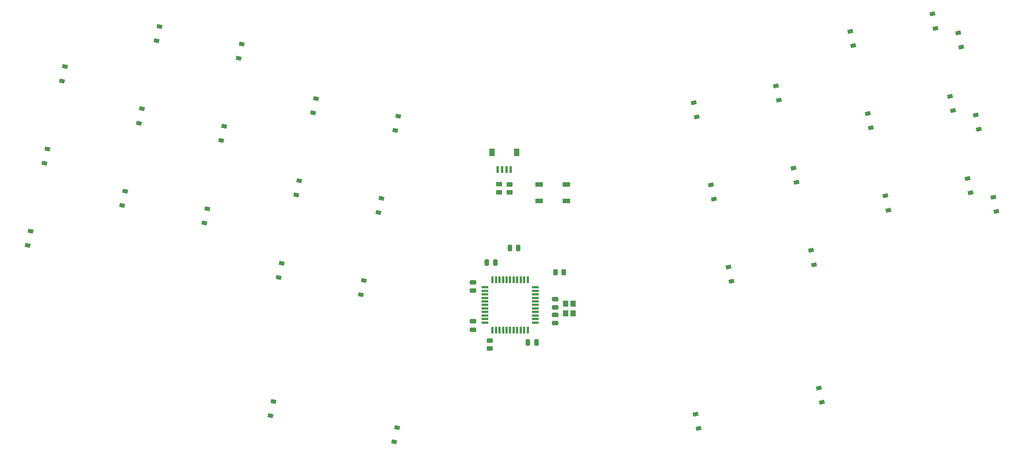
<source format=gbr>
%TF.GenerationSoftware,KiCad,Pcbnew,(6.0.4-0)*%
%TF.CreationDate,2023-01-26T20:21:59-08:00*%
%TF.ProjectId,chiffevo,63686966-6665-4766-9f2e-6b696361645f,v1.0.0*%
%TF.SameCoordinates,Original*%
%TF.FileFunction,Paste,Bot*%
%TF.FilePolarity,Positive*%
%FSLAX46Y46*%
G04 Gerber Fmt 4.6, Leading zero omitted, Abs format (unit mm)*
G04 Created by KiCad (PCBNEW (6.0.4-0)) date 2023-01-26 20:21:59*
%MOMM*%
%LPD*%
G01*
G04 APERTURE LIST*
G04 Aperture macros list*
%AMRoundRect*
0 Rectangle with rounded corners*
0 $1 Rounding radius*
0 $2 $3 $4 $5 $6 $7 $8 $9 X,Y pos of 4 corners*
0 Add a 4 corners polygon primitive as box body*
4,1,4,$2,$3,$4,$5,$6,$7,$8,$9,$2,$3,0*
0 Add four circle primitives for the rounded corners*
1,1,$1+$1,$2,$3*
1,1,$1+$1,$4,$5*
1,1,$1+$1,$6,$7*
1,1,$1+$1,$8,$9*
0 Add four rect primitives between the rounded corners*
20,1,$1+$1,$2,$3,$4,$5,0*
20,1,$1+$1,$4,$5,$6,$7,0*
20,1,$1+$1,$6,$7,$8,$9,0*
20,1,$1+$1,$8,$9,$2,$3,0*%
%AMRotRect*
0 Rectangle, with rotation*
0 The origin of the aperture is its center*
0 $1 length*
0 $2 width*
0 $3 Rotation angle, in degrees counterclockwise*
0 Add horizontal line*
21,1,$1,$2,0,0,$3*%
G04 Aperture macros list end*
%ADD10R,1.800000X1.100000*%
%ADD11RotRect,0.900000X1.200000X102.000000*%
%ADD12RotRect,0.900000X1.200000X78.000000*%
%ADD13R,0.600000X1.550000*%
%ADD14R,1.200000X1.800000*%
%ADD15RoundRect,0.250000X-0.250000X-0.475000X0.250000X-0.475000X0.250000X0.475000X-0.250000X0.475000X0*%
%ADD16R,1.200000X1.400000*%
%ADD17RoundRect,0.250000X-0.475000X0.250000X-0.475000X-0.250000X0.475000X-0.250000X0.475000X0.250000X0*%
%ADD18RotRect,0.900000X1.200000X282.000000*%
%ADD19R,1.500000X0.550000*%
%ADD20R,0.550000X1.500000*%
%ADD21RoundRect,0.250000X-0.450000X0.262500X-0.450000X-0.262500X0.450000X-0.262500X0.450000X0.262500X0*%
%ADD22RoundRect,0.250000X0.475000X-0.250000X0.475000X0.250000X-0.475000X0.250000X-0.475000X-0.250000X0*%
%ADD23RoundRect,0.250000X-0.262500X-0.450000X0.262500X-0.450000X0.262500X0.450000X-0.262500X0.450000X0*%
%ADD24RoundRect,0.250000X0.250000X0.475000X-0.250000X0.475000X-0.250000X-0.475000X0.250000X-0.475000X0*%
G04 APERTURE END LIST*
D10*
%TO.C,SW1*%
X206146152Y-109582070D03*
X199946152Y-109582070D03*
X199946152Y-105882070D03*
X206146152Y-105882070D03*
%TD*%
D11*
%TO.C,D29*%
X297032094Y-104467713D03*
X297718202Y-107695601D03*
%TD*%
D12*
%TO.C,D15*%
X163527769Y-112225517D03*
X164213877Y-108997629D03*
%TD*%
D11*
%TO.C,D9*%
X289110660Y-67200288D03*
X289796768Y-70428176D03*
%TD*%
%TO.C,D6*%
X235648314Y-90556046D03*
X234962206Y-87328158D03*
%TD*%
D12*
%TO.C,D24*%
X140919046Y-126965759D03*
X141605154Y-123737871D03*
%TD*%
D11*
%TO.C,D27*%
X262236464Y-124018031D03*
X261550356Y-120790143D03*
%TD*%
D12*
%TO.C,D32*%
X167736105Y-160965565D03*
X167049997Y-164193453D03*
%TD*%
D13*
%TO.C,J1*%
X193547900Y-102444570D03*
X192547900Y-102444570D03*
X191547900Y-102444570D03*
X190547900Y-102444570D03*
D14*
X194847900Y-98569570D03*
X189247900Y-98569570D03*
%TD*%
D15*
%TO.C,C6*%
X199333652Y-141632070D03*
X197433652Y-141632070D03*
%TD*%
D12*
%TO.C,D4*%
X148714166Y-89601200D03*
X149400274Y-86373312D03*
%TD*%
D16*
%TO.C,Y1*%
X207627402Y-135057070D03*
X207627402Y-132857070D03*
X205927402Y-132857070D03*
X205927402Y-135057070D03*
%TD*%
D11*
%TO.C,D19*%
X293071378Y-85834001D03*
X293757486Y-89061889D03*
%TD*%
D17*
%TO.C,C2*%
X203577402Y-133707070D03*
X203577402Y-131807070D03*
%TD*%
D18*
%TO.C,D10*%
X294948011Y-71449881D03*
X295634119Y-74677769D03*
%TD*%
D12*
%TO.C,D5*%
X167347878Y-93561917D03*
X168033986Y-90334029D03*
%TD*%
D19*
%TO.C,U2*%
X187677402Y-129157070D03*
X187677402Y-129957070D03*
X187677402Y-130757070D03*
X187677402Y-131557070D03*
X187677402Y-132357070D03*
X187677402Y-133157070D03*
X187677402Y-133957070D03*
X187677402Y-134757070D03*
X187677402Y-135557070D03*
X187677402Y-136357070D03*
X187677402Y-137157070D03*
D20*
X189377402Y-138857070D03*
X190177402Y-138857070D03*
X190977402Y-138857070D03*
X191777402Y-138857070D03*
X192577402Y-138857070D03*
X193377402Y-138857070D03*
X194177402Y-138857070D03*
X194977402Y-138857070D03*
X195777402Y-138857070D03*
X196577402Y-138857070D03*
X197377402Y-138857070D03*
D19*
X199077402Y-137157070D03*
X199077402Y-136357070D03*
X199077402Y-135557070D03*
X199077402Y-134757070D03*
X199077402Y-133957070D03*
X199077402Y-133157070D03*
X199077402Y-132357070D03*
X199077402Y-131557070D03*
X199077402Y-130757070D03*
X199077402Y-129957070D03*
X199077402Y-129157070D03*
D20*
X197377402Y-127457070D03*
X196577402Y-127457070D03*
X195777402Y-127457070D03*
X194977402Y-127457070D03*
X194177402Y-127457070D03*
X193377402Y-127457070D03*
X192577402Y-127457070D03*
X191777402Y-127457070D03*
X190977402Y-127457070D03*
X190177402Y-127457070D03*
X189377402Y-127457070D03*
%TD*%
D12*
%TO.C,D1*%
X91825450Y-82365248D03*
X92511558Y-79137360D03*
%TD*%
D21*
%TO.C,R3*%
X190847900Y-107632070D03*
X190847900Y-105807070D03*
%TD*%
D11*
%TO.C,D33*%
X235400696Y-157929806D03*
X236086804Y-161157694D03*
%TD*%
D21*
%TO.C,R4*%
X188783652Y-143044570D03*
X188783652Y-141219570D03*
%TD*%
D12*
%TO.C,D14*%
X144894056Y-108264799D03*
X145580164Y-105036911D03*
%TD*%
D11*
%TO.C,D17*%
X258275748Y-105384320D03*
X257589640Y-102156432D03*
%TD*%
D12*
%TO.C,D22*%
X106133567Y-107367685D03*
X105447459Y-110595573D03*
%TD*%
D18*
%TO.C,D30*%
X302869446Y-108717306D03*
X303555554Y-111945194D03*
%TD*%
D11*
%TO.C,D8*%
X270476947Y-71161006D03*
X271163055Y-74388894D03*
%TD*%
%TO.C,D26*%
X243569748Y-127823469D03*
X242883640Y-124595581D03*
%TD*%
D22*
%TO.C,C1*%
X203577402Y-135407070D03*
X203577402Y-137307070D03*
%TD*%
D15*
%TO.C,C4*%
X195233652Y-120232070D03*
X193333652Y-120232070D03*
%TD*%
D11*
%TO.C,D18*%
X274437665Y-89794720D03*
X275123773Y-93022608D03*
%TD*%
D12*
%TO.C,D23*%
X124767279Y-111328403D03*
X124081171Y-114556291D03*
%TD*%
%TO.C,D2*%
X113228285Y-73298262D03*
X113914393Y-70070374D03*
%TD*%
D17*
%TO.C,C5*%
X184977402Y-129907070D03*
X184977402Y-128007070D03*
%TD*%
D18*
%TO.C,D20*%
X298908728Y-90083593D03*
X299594836Y-93311481D03*
%TD*%
D11*
%TO.C,D16*%
X239609030Y-109189757D03*
X238922922Y-105961869D03*
%TD*%
D23*
%TO.C,R1*%
X205496152Y-125732070D03*
X203671152Y-125732070D03*
%TD*%
D21*
%TO.C,R2*%
X193246152Y-107644570D03*
X193246152Y-105819570D03*
%TD*%
D11*
%TO.C,D7*%
X254315031Y-86750608D03*
X253628923Y-83522720D03*
%TD*%
D12*
%TO.C,D3*%
X132548106Y-74031091D03*
X131861998Y-77258979D03*
%TD*%
D11*
%TO.C,D34*%
X263351263Y-151988729D03*
X264037371Y-155216617D03*
%TD*%
D12*
%TO.C,D31*%
X139785538Y-155024489D03*
X139099430Y-158252377D03*
%TD*%
%TO.C,D25*%
X159567051Y-130859229D03*
X160253159Y-127631341D03*
%TD*%
%TO.C,D11*%
X87864733Y-100998960D03*
X88550841Y-97771072D03*
%TD*%
%TO.C,D21*%
X84730732Y-116434670D03*
X84044624Y-119662558D03*
%TD*%
D24*
%TO.C,C8*%
X188127402Y-123557070D03*
X190027402Y-123557070D03*
%TD*%
D12*
%TO.C,D13*%
X128587387Y-92664804D03*
X127901279Y-95892692D03*
%TD*%
D22*
%TO.C,C7*%
X184983652Y-136882070D03*
X184983652Y-138782070D03*
%TD*%
D11*
%TO.C,D28*%
X278398383Y-108428430D03*
X279084491Y-111656318D03*
%TD*%
D12*
%TO.C,D12*%
X109953676Y-88704085D03*
X109267568Y-91931973D03*
%TD*%
M02*

</source>
